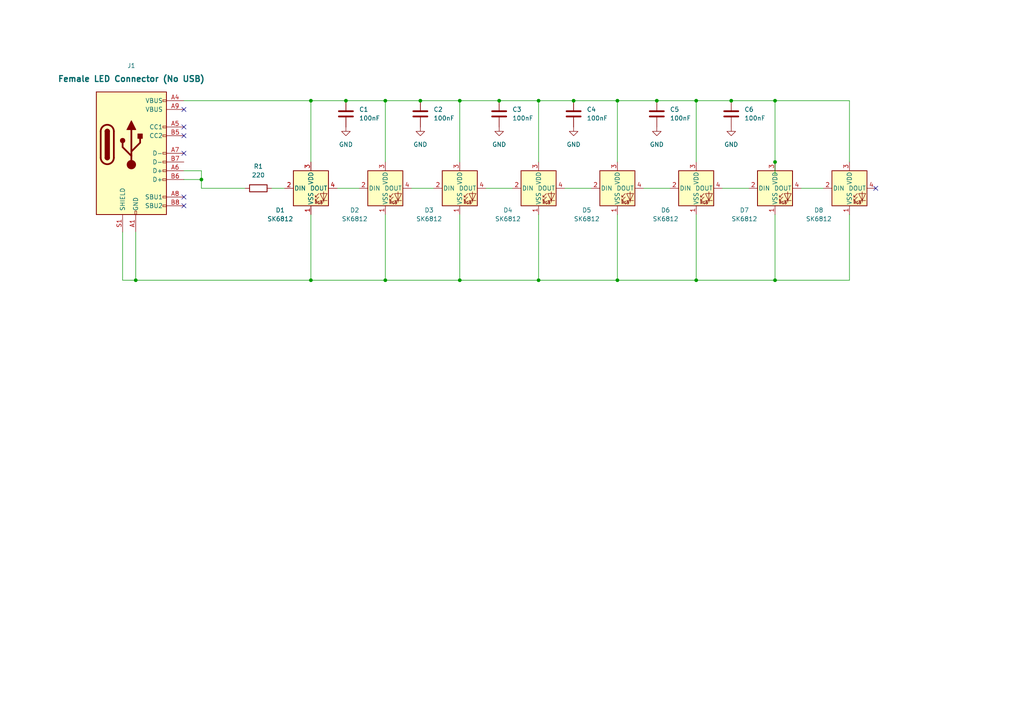
<source format=kicad_sch>
(kicad_sch (version 20230121) (generator eeschema)
  (paper "A4")
  (lib_symbols
    (symbol "Connector:USB_C_Receptacle" (pin_names (offset 1.016))
      (property "Reference" "J1" (at 0 35.56 0))
      (property "Value" "Female LED Connector (No USB)" (at 0 31.75 0))
      (symbol "USB_C_Receptacle_0_0"
        (rectangle (start 1.016 -6.604) (end 1.524 -7.62))
        (rectangle (start 9.0833 2.7418) (end 10.0993 2.2338))
        (rectangle (start 10.16 -4.826) (end 9.144 -5.334))
        (rectangle (start 10.16 -2.286) (end 9.144 -2.794))
        (rectangle (start 10.16 5.334) (end 9.144 4.826))
        (rectangle (start 10.16 7.874) (end 9.144 7.366))
        (rectangle (start 10.16 10.414) (end 9.144 9.906))
        (rectangle (start 10.16 15.494) (end 9.144 14.986))
        (rectangle (start 10.16 18.034) (end 9.144 17.526))
        (rectangle (start 10.16 25.654) (end 9.144 25.146))
      )
      (symbol "USB_C_Receptacle_0_1"
        (rectangle (start -10.16 27.94) (end 10.16 -7.62) (stroke (width 0.254)) (fill (type background)))
        (arc (start -8.89 8.89) (mid -6.985 6.9933) (end -5.08 8.89) (stroke (width 0.508)))
        (arc (start -7.62 8.8704) (mid -6.985 8.2381) (end -6.35 8.8704) (stroke (width 0.254)) (fill (type outline)))
        (arc (start -7.62 8.89) (mid -6.985 8.2577) (end -6.35 8.89) (stroke (width 0.254)))
        (rectangle (start -7.62 16.51) (end -6.35 8.89) (stroke (width 0.254)) (fill (type outline)))
        (arc (start -6.35 16.4904) (mid -6.985 17.1227) (end -7.62 16.4904) (stroke (width 0.254)) (fill (type outline)))
        (arc (start -6.35 16.51) (mid -6.985 17.1423) (end -7.62 16.51) (stroke (width 0.254)))
        (arc (start -5.08 16.51) (mid -6.985 18.4067) (end -8.89 16.51) (stroke (width 0.508)))
        (polyline (pts (xy -8.89 8.89) (xy -8.89 16.51)) (stroke (width 0.508)))
        (polyline (pts (xy -5.08 16.51) (xy -5.08 8.89)) (stroke (width 0.508)))
      )
      (symbol "USB_C_Receptacle_1_1"
        (circle (center -2.54 13.843) (radius 0.635) (stroke (width 0.254)) (fill (type outline)))
        (polyline (pts (xy 0 6.858) (xy 0 17.018)) (stroke (width 0.508)))
        (polyline (pts (xy 0 9.398) (xy -2.54 11.938) (xy -2.54 13.208)) (stroke (width 0.508)))
        (polyline (pts (xy 0 10.668) (xy 2.54 13.208) (xy 2.54 14.478)) (stroke (width 0.508)))
        (polyline (pts (xy -1.27 17.018) (xy 0 19.558) (xy 1.27 17.018) (xy -1.27 17.018)) (stroke (width 0.254)) (fill (type outline)))
        (circle (center 0 6.858) (radius 1.27) (fill (type outline)))
        (rectangle (start 1.905 14.478) (end 3.175 15.748) (stroke (width 0.254)) (fill (type outline)))
        (pin power_out line (at 1.27 -12.7 90) (length 5.08) (name "GND") (number "A1"))
        (pin passive line (at 3.81 -12.7 90) (length 5.08) hide (name "GND") (number "A12"))
        (pin power_in line (at 15.24 25.4 180) (length 5.08) (name "VBUS") (number "A4"))
        (pin bidirectional line (at 15.24 17.78 180) (length 5.08) (name "CC1") (number "A5"))
        (pin input line (at 15.24 5.08 180) (length 5.08) (name "D+") (number "A6"))
        (pin bidirectional line (at 15.24 10.16 180) (length 5.08) (name "D-") (number "A7"))
        (pin bidirectional line (at 15.24 -2.54 180) (length 5.08) (name "SBU1") (number "A8"))
        (pin power_in line (at 15.24 22.86 180) (length 5.08) (name "VBUS") (number "A9"))
        (pin passive line (at 15.24 25.4 180) (length 5.08) hide (name "VBUS") (number "A9"))
        (pin power_out line (at -1.27 -12.7 90) (length 5.08) hide (name "GND") (number "B1"))
        (pin passive line (at 1.27 -12.7 90) (length 5.08) hide (name "GND") (number "B12"))
        (pin passive line (at 15.24 25.4 180) (length 5.08) hide (name "VBUS") (number "B4"))
        (pin bidirectional line (at 15.24 15.24 180) (length 5.08) (name "CC2") (number "B5"))
        (pin input line (at 15.24 2.54 180) (length 5.08) (name "D+") (number "B6"))
        (pin bidirectional line (at 15.24 7.62 180) (length 5.08) (name "D-") (number "B7"))
        (pin bidirectional line (at 15.24 -5.08 180) (length 5.08) (name "SBU2") (number "B8"))
        (pin passive line (at 15.24 25.4 180) (length 5.08) hide (name "VBUS") (number "B9"))
        (pin power_out line (at -2.54 -12.7 90) (length 5.08) (name "SHIELD") (number "S1"))
      )
    )
    (symbol "Device:C" (pin_numbers hide) (pin_names (offset 0.254))
      (property "Reference" "C" (at 0.635 2.54 0))
      (property "Value" "C" (at 0.635 -2.54 0))
      (symbol "C_0_1"
        (polyline (pts (xy -2.032 -0.762) (xy 2.032 -0.762)) (stroke (width 0.508)))
        (polyline (pts (xy -2.032 0.762) (xy 2.032 0.762)) (stroke (width 0.508)))
      )
      (symbol "C_1_1"
        (pin passive line (at 0 3.81 270) (length 2.794) (name "~") (number "1"))
        (pin passive line (at 0 -3.81 90) (length 2.794) (name "~") (number "2"))
      )
    )
    (symbol "Device:R" (pin_numbers hide) (pin_names (offset 0))
      (property "Reference" "R" (at 2.032 0 90))
      (property "Value" "R" (at 0 0 90))
      (symbol "R_0_1"
        (rectangle (start -1.016 -2.54) (end 1.016 2.54) (stroke (width 0.254)))
      )
      (symbol "R_1_1"
        (pin passive line (at 0 3.81 270) (length 1.27) (name "~") (number "1"))
        (pin passive line (at 0 -3.81 90) (length 1.27) (name "~") (number "2"))
      )
    )
    (symbol "LED:SK6812" (pin_names (offset 0.254))
      (property "Reference" "D" (at 5.08 5.715 0))
      (property "Value" "SK6812" (at 1.27 -5.715 0))
      (symbol "SK6812_0_0"
        (text "RGB" (at 2.286 -4.191 0) (effects (font (size 0.762 0.762))))
      )
      (symbol "SK6812_0_1"
        (polyline (pts (xy 1.27 -3.556) (xy 1.778 -3.556)))
        (polyline (pts (xy 1.27 -2.54) (xy 1.778 -2.54)))
        (polyline (pts (xy 4.699 -3.556) (xy 2.667 -3.556)))
        (polyline (pts (xy 2.286 -2.54) (xy 1.27 -3.556) (xy 1.27 -3.048)))
        (polyline (pts (xy 2.286 -1.524) (xy 1.27 -2.54) (xy 1.27 -2.032)))
        (polyline (pts (xy 3.683 -1.016) (xy 3.683 -3.556) (xy 3.683 -4.064)))
        (polyline (pts (xy 4.699 -1.524) (xy 2.667 -1.524) (xy 3.683 -3.556) (xy 4.699 -1.524)))
        (rectangle (start 5.08 5.08) (end -5.08 -5.08) (stroke (width 0.254)) (fill (type background)))
      )
      (symbol "SK6812_1_1"
        (pin power_in line (at 0 -7.62 90) (length 2.54) (name "VSS") (number "1"))
        (pin input line (at -7.62 0 0) (length 2.54) (name "DIN") (number "2"))
        (pin power_in line (at 0 7.62 270) (length 2.54) (name "VDD") (number "3"))
        (pin output line (at 7.62 0 180) (length 2.54) (name "DOUT") (number "4"))
      )
    )
    (symbol "power:GND" (power) (pin_names (offset 0))
      (property "Value" "GND" (at 0 -3.81 0))
      (symbol "GND_0_1"
        (polyline (pts (xy 0 0) (xy 0 -1.27) (xy 1.27 -1.27) (xy 0 -2.54) (xy -1.27 -1.27) (xy 0 -1.27)))
      )
      (symbol "GND_1_1"
        (pin power_in line (at 0 0 270) (length 0) hide (name "GND") (number "1"))
      )
    )
  )
  (junction (at 111.76 29.21))
  (junction (at 144.78 29.21))
  (junction (at 212.09 29.21))
  (junction (at 90.17 81.28))
  (junction (at 224.79 46.99))
  (junction (at 111.76 81.28))
  (junction (at 201.93 29.21))
  (junction (at 179.07 29.21))
  (junction (at 133.35 81.28))
  (junction (at 224.79 29.21))
  (junction (at 190.5 29.21))
  (junction (at 121.92 29.21))
  (junction (at 224.79 81.28))
  (junction (at 179.07 81.28))
  (junction (at 58.42 52.07))
  (junction (at 90.17 29.21))
  (junction (at 201.93 81.28))
  (junction (at 133.35 29.21))
  (junction (at 166.37 29.21))
  (junction (at 156.21 29.21))
  (junction (at 156.21 81.28))
  (junction (at 100.33 29.21))
  (junction (at 39.37 81.28))
  (no_connect (at 53.34 59.69))
  (no_connect (at 53.34 31.75))
  (no_connect (at 53.34 39.37))
  (no_connect (at 53.34 36.83))
  (no_connect (at 53.34 57.15))
  (no_connect (at 53.34 44.45))
  (no_connect (at 254 54.61))
  (wire (pts (xy 53.34 52.07) (xy 58.42 52.07)))
  (wire (pts (xy 90.17 29.21) (xy 90.17 46.99)))
  (wire (pts (xy 140.97 54.61) (xy 148.59 54.61)))
  (wire (pts (xy 58.42 54.61) (xy 58.42 52.07)))
  (wire (pts (xy 144.78 29.21) (xy 156.21 29.21)))
  (wire (pts (xy 238.76 54.61) (xy 232.41 54.61)))
  (wire (pts (xy 186.69 54.61) (xy 194.31 54.61)))
  (wire (pts (xy 224.79 29.21) (xy 224.79 46.99)))
  (wire (pts (xy 224.79 50.8) (xy 224.79 46.99)))
  (wire (pts (xy 111.76 29.21) (xy 121.92 29.21)))
  (wire (pts (xy 190.5 29.21) (xy 201.93 29.21)))
  (wire (pts (xy 90.17 29.21) (xy 100.33 29.21)))
  (wire (pts (xy 246.38 62.23) (xy 246.38 81.28)))
  (wire (pts (xy 133.35 62.23) (xy 133.35 81.28)))
  (wire (pts (xy 111.76 81.28) (xy 133.35 81.28)))
  (wire (pts (xy 133.35 29.21) (xy 133.35 46.99)))
  (wire (pts (xy 121.92 29.21) (xy 133.35 29.21)))
  (wire (pts (xy 209.55 54.61) (xy 217.17 54.61)))
  (wire (pts (xy 35.56 67.31) (xy 35.56 81.28)))
  (wire (pts (xy 156.21 62.23) (xy 156.21 81.28)))
  (wire (pts (xy 156.21 46.99) (xy 156.21 29.21)))
  (wire (pts (xy 133.35 81.28) (xy 156.21 81.28)))
  (wire (pts (xy 100.33 29.21) (xy 111.76 29.21)))
  (wire (pts (xy 224.79 81.28) (xy 246.38 81.28)))
  (wire (pts (xy 224.79 81.28) (xy 201.93 81.28)))
  (wire (pts (xy 179.07 29.21) (xy 190.5 29.21)))
  (wire (pts (xy 201.93 29.21) (xy 201.93 46.99)))
  (wire (pts (xy 111.76 62.23) (xy 111.76 81.28)))
  (wire (pts (xy 58.42 54.61) (xy 71.12 54.61)))
  (wire (pts (xy 119.38 54.61) (xy 125.73 54.61)))
  (wire (pts (xy 133.35 29.21) (xy 144.78 29.21)))
  (wire (pts (xy 90.17 81.28) (xy 111.76 81.28)))
  (wire (pts (xy 97.79 54.61) (xy 104.14 54.61)))
  (wire (pts (xy 179.07 29.21) (xy 179.07 46.99)))
  (wire (pts (xy 78.74 54.61) (xy 82.55 54.61)))
  (wire (pts (xy 111.76 46.99) (xy 111.76 29.21)))
  (wire (pts (xy 179.07 62.23) (xy 179.07 81.28)))
  (wire (pts (xy 39.37 67.31) (xy 39.37 81.28)))
  (wire (pts (xy 246.38 29.21) (xy 246.38 46.99)))
  (wire (pts (xy 166.37 29.21) (xy 179.07 29.21)))
  (wire (pts (xy 35.56 81.28) (xy 39.37 81.28)))
  (wire (pts (xy 163.83 54.61) (xy 171.45 54.61)))
  (wire (pts (xy 224.79 62.23) (xy 224.79 81.28)))
  (wire (pts (xy 156.21 29.21) (xy 166.37 29.21)))
  (wire (pts (xy 179.07 81.28) (xy 156.21 81.28)))
  (wire (pts (xy 53.34 29.21) (xy 90.17 29.21)))
  (wire (pts (xy 201.93 62.23) (xy 201.93 81.28)))
  (wire (pts (xy 201.93 81.28) (xy 179.07 81.28)))
  (wire (pts (xy 58.42 52.07) (xy 58.42 49.53)))
  (wire (pts (xy 201.93 29.21) (xy 212.09 29.21)))
  (wire (pts (xy 53.34 49.53) (xy 58.42 49.53)))
  (wire (pts (xy 39.37 81.28) (xy 90.17 81.28)))
  (wire (pts (xy 212.09 29.21) (xy 224.79 29.21)))
  (wire (pts (xy 224.79 29.21) (xy 246.38 29.21)))
  (wire (pts (xy 90.17 62.23) (xy 90.17 81.28)))
  (symbol (lib_id "Device:C") (at 121.92 33.02 180) (unit 1)
    (property "Reference" "C2" (at 125.73 31.75 0) (effects (justify right)))
    (property "Value" "100nF" (at 125.73 34.29 0) (effects (justify right)))
    (property "Footprint" "Capacitor_SMD:C_0603_1608Metric" (effects hide))
  )
  (symbol (lib_id "power:GND") (at 144.78 36.83 0) (unit 1)
    (property "Reference" "#PWR05" (effects hide))
    (property "Value" "GND" (at 144.78 41.91 0))
  )
  (symbol (lib_id "Device:C") (at 100.33 33.02 180) (unit 1)
    (property "Reference" "C1" (at 104.14 31.75 0) (effects (justify right)))
    (property "Value" "100nF" (at 104.14 34.29 0) (effects (justify right)))
    (property "Footprint" "Capacitor_SMD:C_0603_1608Metric" (effects hide))
  )
  (symbol (lib_id "power:GND") (at 100.33 36.83 0) (unit 1)
    (property "Reference" "#PWR01" (effects hide))
    (property "Value" "GND" (at 100.33 41.91 0))
  )
  (symbol (lib_id "Device:C") (at 212.09 33.02 180) (unit 1)
    (property "Reference" "C6" (at 215.9 31.75 0) (effects (justify right)))
    (property "Value" "100nF" (at 215.9 34.29 0) (effects (justify right)))
    (property "Footprint" "Capacitor_SMD:C_0603_1608Metric" (effects hide))
  )
  (symbol (lib_id "LED:SK6812") (at 179.07 54.61 0) (unit 1)
    (property "Reference" "D5" (at 170.18 60.96 0))
    (property "Value" "SK6812" (at 170.18 63.5 0))
    (property "Footprint" "LED_SMD:LED_SK6812_PLCC4_5.0x5.0mm_P3.2mm" (effects hide))
    (property "Datasheet" "https://cdn-shop.adafruit.com/product-files/1138/SK6812+LED+datasheet+.pdf" (effects hide))
  )
  (symbol (lib_id "power:GND") (at 166.37 36.83 0) (unit 1)
    (property "Reference" "#PWR03" (effects hide))
    (property "Value" "GND" (at 166.37 41.91 0))
  )
  (symbol (lib_id "Connector:USB_C_Receptacle") (at 38.1 54.61 0) (unit 1)
    (property "Reference" "J1" (at 38.1 19.05 0))
    (property "Value" "Female LED Connector (No USB)" (at 38.1 22.86 0) (effects (font (size 1.7 1.7) bold)))
    (property "Footprint" "Connector_USB:Hanbo-Electronic-MC-118LS-H100 USB-C Socket" (effects hide))
    (property "Datasheet" "https://www.usb.org/sites/default/files/documents/usb_type-c.zip" (effects hide))
  )
  (symbol (lib_id "Device:C") (at 166.37 33.02 180) (unit 1)
    (property "Reference" "C4" (at 170.18 31.75 0) (effects (justify right)))
    (property "Value" "100nF" (at 170.18 34.29 0) (effects (justify right)))
    (property "Footprint" "Capacitor_SMD:C_0603_1608Metric" (effects hide))
  )
  (symbol (lib_id "power:GND") (at 212.09 36.83 0) (unit 1)
    (property "Reference" "#PWR04" (effects hide))
    (property "Value" "GND" (at 212.09 41.91 0))
  )
  (symbol (lib_id "Device:C") (at 190.5 33.02 180) (unit 1)
    (property "Reference" "C5" (at 194.31 31.75 0) (effects (justify right)))
    (property "Value" "100nF" (at 194.31 34.29 0) (effects (justify right)))
    (property "Footprint" "Capacitor_SMD:C_0603_1608Metric" (effects hide))
  )
  (symbol (lib_id "LED:SK6812") (at 246.38 54.61 0) (unit 1)
    (property "Reference" "D8" (at 237.49 60.96 0))
    (property "Value" "SK6812" (at 237.49 63.5 0))
    (property "Footprint" "LED_SMD:LED_SK6812_PLCC4_5.0x5.0mm_P3.2mm" (effects hide))
    (property "Datasheet" "https://cdn-shop.adafruit.com/product-files/1138/SK6812+LED+datasheet+.pdf" (effects hide))
  )
  (symbol (lib_id "Device:C") (at 144.78 33.02 180) (unit 1)
    (property "Reference" "C3" (at 148.59 31.75 0) (effects (justify right)))
    (property "Value" "100nF" (at 148.59 34.29 0) (effects (justify right)))
    (property "Footprint" "Capacitor_SMD:C_0603_1608Metric" (effects hide))
  )
  (symbol (lib_id "LED:SK6812") (at 201.93 54.61 0) (unit 1)
    (property "Reference" "D6" (at 193.04 60.96 0))
    (property "Value" "SK6812" (at 193.04 63.5 0))
    (property "Footprint" "LED_SMD:LED_SK6812_PLCC4_5.0x5.0mm_P3.2mm" (effects hide))
    (property "Datasheet" "https://cdn-shop.adafruit.com/product-files/1138/SK6812+LED+datasheet+.pdf" (effects hide))
  )
  (symbol (lib_id "LED:SK6812") (at 90.17 54.61 0) (unit 1)
    (property "Reference" "D1" (at 81.28 60.96 0))
    (property "Value" "SK6812" (at 81.28 63.5 0))
    (property "Footprint" "LED_SMD:LED_SK6812_PLCC4_5.0x5.0mm_P3.2mm" (effects hide))
    (property "Datasheet" "https://cdn-shop.adafruit.com/product-files/1138/SK6812+LED+datasheet+.pdf" (effects hide))
  )
  (symbol (lib_id "LED:SK6812") (at 156.21 54.61 0) (unit 1)
    (property "Reference" "D4" (at 147.32 60.96 0))
    (property "Value" "SK6812" (at 147.32 63.5 0))
    (property "Footprint" "LED_SMD:LED_SK6812_PLCC4_5.0x5.0mm_P3.2mm" (effects hide))
    (property "Datasheet" "https://cdn-shop.adafruit.com/product-files/1138/SK6812+LED+datasheet+.pdf" (effects hide))
  )
  (symbol (lib_id "LED:SK6812") (at 224.79 54.61 0) (unit 1)
    (property "Reference" "D7" (at 215.9 60.96 0))
    (property "Value" "SK6812" (at 215.9 63.5 0))
    (property "Footprint" "LED_SMD:LED_SK6812_PLCC4_5.0x5.0mm_P3.2mm" (effects hide))
    (property "Datasheet" "https://cdn-shop.adafruit.com/product-files/1138/SK6812+LED+datasheet+.pdf" (effects hide))
  )
  (symbol (lib_id "power:GND") (at 190.5 36.83 0) (unit 1)
    (property "Reference" "#PWR06" (effects hide))
    (property "Value" "GND" (at 190.5 41.91 0))
  )
  (symbol (lib_id "Device:R") (at 74.93 54.61 270) (unit 1)
    (property "Reference" "R1" (at 74.93 48.26 90))
    (property "Value" "220" (at 74.93 50.8 90))
    (property "Footprint" "Resistor_SMD:R_0603_1608Metric" (effects hide))
  )
  (symbol (lib_id "LED:SK6812") (at 111.76 54.61 0) (unit 1)
    (property "Reference" "D2" (at 102.87 60.96 0))
    (property "Value" "SK6812" (at 102.87 63.5 0))
    (property "Footprint" "LED_SMD:LED_SK6812_PLCC4_5.0x5.0mm_P3.2mm" (effects hide))
    (property "Datasheet" "https://cdn-shop.adafruit.com/product-files/1138/SK6812+LED+datasheet+.pdf" (effects hide))
  )
  (symbol (lib_id "LED:SK6812") (at 133.35 54.61 0) (unit 1)
    (property "Reference" "D3" (at 124.46 60.96 0))
    (property "Value" "SK6812" (at 124.46 63.5 0))
    (property "Footprint" "LED_SMD:LED_SK6812_PLCC4_5.0x5.0mm_P3.2mm" (effects hide))
    (property "Datasheet" "https://cdn-shop.adafruit.com/product-files/1138/SK6812+LED+datasheet+.pdf" (effects hide))
  )
  (symbol (lib_id "power:GND") (at 121.92 36.83 0) (unit 1)
    (property "Reference" "#PWR02" (effects hide))
    (property "Value" "GND" (at 121.92 41.91 0))
  )
)
</source>
